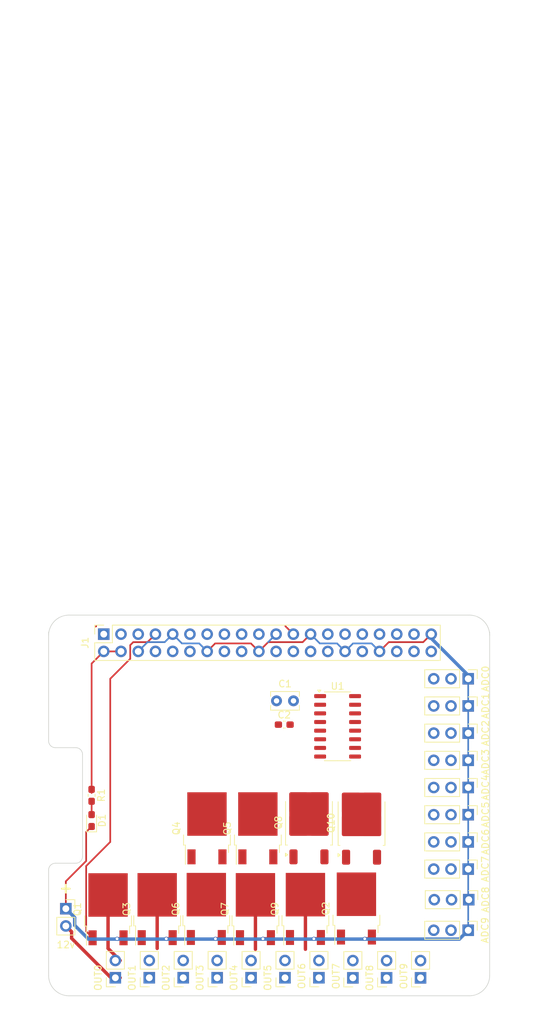
<source format=kicad_pcb>
(kicad_pcb (version 20240108) (generator "pcbnew") (generator_version "8.0")
  (layers (0 "F.Cu" signal) (31 "B.Cu" signal) (34 "B.Paste" user) (35 "F.Paste" user) (36 "B.SilkS" user "B.Silkscreen") (37 "F.SilkS" user "F.Silkscreen") (38 "B.Mask" user) (39 "F.Mask" user) (44 "Edge.Cuts" user))
  (net 0 "")
  (net 1 "GND")
  (net 2 "+12V")
  (net 3 "/OUT7")
  (net 4 "/OUT6")
  (net 5 "/OUT5")
  (net 6 "/OUT4")
  (net 7 "/OUT3")
  (net 8 "/OUT2")
  (net 9 "/OUT1")
  (net 10 "/OUT0")
  (net 11 "/OUT9")
  (net 12 "/GPIO4")
  (net 13 "/GPIO0")
  (net 14 "/GPIO27")
  (net 15 "/GPIO26")
  (net 16 "/GPIO25")
  (net 17 "/GPIO22")
  (net 18 "Net-(D1-A)")
  (net 19 "/CH0")
  (net 20 "/SPI0_MOSI")
  (net 21 "/SPI0_MISO")
  (net 22 "/SPI0_SCLK")
  (net 23 "+5V")
  (net 24 "/GPIO5")
  (net 25 "/CH1")
  (net 26 "/CH2")
  (net 27 "/CH3")
  (net 28 "/CH4")
  (net 29 "/CH5")
  (net 30 "/CH6")
  (net 31 "/GPIO24")
  (net 32 "/GPIO1")
  (net 33 "/SDA")
  (net 34 "/GPIO23")
  (net 35 "/SPI1_CE0")
  (net 36 "/GPIO6")
  (net 37 "/PWM0")
  (net 38 "/CH7")
  (net 39 "/SCL")
  (net 40 "/SPI1_CE2")
  (net 41 "/SPI0_CE1")
  (net 42 "/SPI1_MISO")
  (net 43 "/OUT8")
  (net 44 "/CH8")
  (net 45 "+3.3V")
  (net 46 "/RXD")
  (net 47 "/TXD")
  (net 48 "/PWM1")
  (net 49 "/CH9")
  (net 50 "/SPI1_MOSI")
  (net 51 "/SPI1_SCLK")
  (net 52 "/SPI0_CE0")
  (net 53 "/SPI1_CE1")
  (footprint "RPi_Hat:RPi_Hat_Mounting_Hole" (layer "F.Cu") (at 93.162 92.138)
    (property "Reference" "" (hide yes))
    (property "Value" "" (hide yes))
    (pad "" np_thru_hole circle (at 0 0) (size 2.75 2.75) (drill 2.75) (layers "*.Cu" "*.Mask") (clearance 1.725))
  )
  (footprint "RPi_Hat:RPi_Hat_Mounting_Hole" (layer "F.Cu") (at 93.162 141.138)
    (property "Reference" "" (hide yes))
    (property "Value" "" (hide yes))
    (pad "" np_thru_hole circle (at 0 0) (size 2.75 2.75) (drill 2.75) (layers "*.Cu" "*.Mask") (clearance 1.725))
  )
  (footprint "RPi_Hat:RPi_Hat_Mounting_Hole" (layer "F.Cu") (at 151.162 141.138)
    (property "Reference" "" (hide yes))
    (property "Value" "" (hide yes))
    (pad "" np_thru_hole circle (at 0 0) (size 2.75 2.75) (drill 2.75) (layers "*.Cu" "*.Mask") (clearance 1.725))
  )
  (footprint "Connector_PinSocket_2.54mm:PinSocket_1x02_P2.54mm_Vertical" (layer "F.Cu") (at 114.5 141.986 180)
    (property "Reference" "J7" (hide yes))
    (property "Value" "OUT3" (at 2.54 0 -90) (layer "F.SilkS"))
    (pad "1" thru_hole rect (at 0 0 180) (size 1.7 1.7) (drill 1) (layers "*.Cu" "*.Mask") (net 2 "+12V"))
    (pad "2" thru_hole oval (at 0 2.54 180) (size 1.7 1.7) (drill 1) (layers "*.Cu" "*.Mask") (net 7 "/OUT3"))
  )
  (footprint "Connector_PinSocket_2.54mm:PinSocket_1x02_P2.54mm_Vertical" (layer "F.Cu") (at 124.5 141.986 180)
    (property "Reference" "J9" (hide yes))
    (property "Value" "OUT5" (at 2.54 0 -90) (layer "F.SilkS"))
    (pad "1" thru_hole rect (at 0 0 180) (size 1.7 1.7) (drill 1) (layers "*.Cu" "*.Mask") (net 2 "+12V"))
    (pad "2" thru_hole oval (at 0 2.54 180) (size 1.7 1.7) (drill 1) (layers "*.Cu" "*.Mask") (net 5 "/OUT5"))
  )
  (footprint "Connector_PinSocket_2.54mm:PinSocket_1x02_P2.54mm_Vertical" (layer "F.Cu") (at 99.5 141.986 180)
    (property "Reference" "J4" (hide yes))
    (property "Value" "OUT0" (at 2.54 0 -90) (layer "F.SilkS"))
    (pad "1" thru_hole rect (at 0 0 180) (size 1.7 1.7) (drill 1) (layers "*.Cu" "*.Mask") (net 2 "+12V"))
    (pad "2" thru_hole oval (at 0 2.54 180) (size 1.7 1.7) (drill 1) (layers "*.Cu" "*.Mask") (net 10 "/OUT0"))
  )
  (footprint "Connector_PinSocket_2.54mm:PinSocket_1x02_P2.54mm_Vertical" (layer "F.Cu") (at 119.5 141.986 180)
    (property "Reference" "J8" (hide yes))
    (property "Value" "OUT4" (at 2.54 0 -90) (layer "F.SilkS"))
    (pad "1" thru_hole rect (at 0 0 180) (size 1.7 1.7) (drill 1) (layers "*.Cu" "*.Mask") (net 2 "+12V"))
    (pad "2" thru_hole oval (at 0 2.54 180) (size 1.7 1.7) (drill 1) (layers "*.Cu" "*.Mask") (net 6 "/OUT4"))
  )
  (footprint "RPi_Hat:RPi_Hat_Mounting_Hole" (layer "F.Cu") (at 151.162 92.138)
    (property "Reference" "" (hide yes))
    (property "Value" "" (hide yes))
    (pad "" np_thru_hole circle (at 0 0) (size 2.75 2.75) (drill 2.75) (layers "*.Cu" "*.Mask") (clearance 1.725))
  )
  (footprint "Connector_PinSocket_2.54mm:PinSocket_2x20_P2.54mm_Vertical" (layer "F.Cu") (at 97.79 91.44 90)
    (property "Reference" "J1" (at -1.27 -2.77 90) (layer "F.SilkS"))
    (property "Value" "RPi")
    (pad "1" thru_hole rect (at 0 0 90) (size 1.7 1.7) (drill 1) (layers "*.Cu" "*.Mask") (net 45 "+3.3V"))
    (pad "2" thru_hole oval (at -2.54 0 90) (size 1.7 1.7) (drill 1) (layers "*.Cu" "*.Mask") (net 23 "+5V"))
    (pad "3" thru_hole oval (at 0 2.54 90) (size 1.7 1.7) (drill 1) (layers "*.Cu" "*.Mask") (net 33 "/SDA"))
    (pad "4" thru_hole oval (at -2.54 2.54 90) (size 1.7 1.7) (drill 1) (layers "*.Cu" "*.Mask") (net 23 "+5V"))
    (pad "5" thru_hole oval (at 0 5.08 90) (size 1.7 1.7) (drill 1) (layers "*.Cu" "*.Mask") (net 39 "/SCL"))
    (pad "6" thru_hole oval (at -2.54 5.08 90) (size 1.7 1.7) (drill 1) (layers "*.Cu" "*.Mask") (net 1 "GND"))
    (pad "7" thru_hole oval (at 0 7.62 90) (size 1.7 1.7) (drill 1) (layers "*.Cu" "*.Mask") (net 12 "/GPIO4"))
    (pad "8" thru_hole oval (at -2.54 7.62 90) (size 1.7 1.7) (drill 1) (layers "*.Cu" "*.Mask") (net 47 "/TXD"))
    (pad "9" thru_hole oval (at 0 10.16 90) (size 1.7 1.7) (drill 1) (layers "*.Cu" "*.Mask") (net 1 "GND"))
    (pad "10" thru_hole oval (at -2.54 10.16 90) (size 1.7 1.7) (drill 1) (layers "*.Cu" "*.Mask") (net 46 "/RXD"))
    (pad "11" thru_hole oval (at 0 12.7 90) (size 1.7 1.7) (drill 1) (layers "*.Cu" "*.Mask") (net 53 "/SPI1_CE1"))
    (pad "12" thru_hole oval (at -2.54 12.7 90) (size 1.7 1.7) (drill 1) (layers "*.Cu" "*.Mask") (net 35 "/SPI1_CE0"))
    (pad "13" thru_hole oval (at 0 15.24 90) (size 1.7 1.7) (drill 1) (layers "*.Cu" "*.Mask") (net 14 "/GPIO27"))
    (pad "14" thru_hole oval (at -2.54 15.24 90) (size 1.7 1.7) (drill 1) (layers "*.Cu" "*.Mask") (net 1 "GND"))
    (pad "15" thru_hole oval (at 0 17.78 90) (size 1.7 1.7) (drill 1) (layers "*.Cu" "*.Mask") (net 17 "/GPIO22"))
    (pad "16" thru_hole oval (at -2.54 17.78 90) (size 1.7 1.7) (drill 1) (layers "*.Cu" "*.Mask") (net 34 "/GPIO23"))
    (pad "17" thru_hole oval (at 0 20.32 90) (size 1.7 1.7) (drill 1) (layers "*.Cu" "*.Mask") (net 45 "+3.3V"))
    (pad "18" thru_hole oval (at -2.54 20.32 90) (size 1.7 1.7) (drill 1) (layers "*.Cu" "*.Mask") (net 31 "/GPIO24"))
    (pad "19" thru_hole oval (at 0 22.86 90) (size 1.7 1.7) (drill 1) (layers "*.Cu" "*.Mask") (net 20 "/SPI0_MOSI"))
    (pad "20" thru_hole oval (at -2.54 22.86 90) (size 1.7 1.7) (drill 1) (layers "*.Cu" "*.Mask") (net 1 "GND"))
    (pad "21" thru_hole oval (at 0 25.4 90) (size 1.7 1.7) (drill 1) (layers "*.Cu" "*.Mask") (net 21 "/SPI0_MISO"))
    (pad "22" thru_hole oval (at -2.54 25.4 90) (size 1.7 1.7) (drill 1) (layers "*.Cu" "*.Mask") (net 16 "/GPIO25"))
    (pad "23" thru_hole oval (at 0 27.94 90) (size 1.7 1.7) (drill 1) (layers "*.Cu" "*.Mask") (net 22 "/SPI0_SCLK"))
    (pad "24" thru_hole oval (at -2.54 27.94 90) (size 1.7 1.7) (drill 1) (layers "*.Cu" "*.Mask") (net 52 "/SPI0_CE0"))
    (pad "25" thru_hole oval (at 0 30.48 90) (size 1.7 1.7) (drill 1) (layers "*.Cu" "*.Mask") (net 1 "GND"))
    (pad "26" thru_hole oval (at -2.54 30.48 90) (size 1.7 1.7) (drill 1) (layers "*.Cu" "*.Mask") (net 41 "/SPI0_CE1"))
    (pad "27" thru_hole oval (at 0 33.02 90) (size 1.7 1.7) (drill 1) (layers "*.Cu" "*.Mask") (net 13 "/GPIO0"))
    (pad "28" thru_hole oval (at -2.54 33.02 90) (size 1.7 1.7) (drill 1) (layers "*.Cu" "*.Mask") (net 32 "/GPIO1"))
    (pad "29" thru_hole oval (at 0 35.56 90) (size 1.7 1.7) (drill 1) (layers "*.Cu" "*.Mask") (net 24 "/GPIO5"))
    (pad "30" thru_hole oval (at -2.54 35.56 90) (size 1.7 1.7) (drill 1) (layers "*.Cu" "*.Mask") (net 1 "GND"))
    (pad "31" thru_hole oval (at 0 38.1 90) (size 1.7 1.7) (drill 1) (layers "*.Cu" "*.Mask") (net 36 "/GPIO6"))
    (pad "32" thru_hole oval (at -2.54 38.1 90) (size 1.7 1.7) (drill 1) (layers "*.Cu" "*.Mask") (net 37 "/PWM0"))
    (pad "33" thru_hole oval (at 0 40.64 90) (size 1.7 1.7) (drill 1) (layers "*.Cu" "*.Mask") (net 48 "/PWM1"))
    (pad "34" thru_hole oval (at -2.54 40.64 90) (size 1.7 1.7) (drill 1) (layers "*.Cu" "*.Mask") (net 1 "GND"))
    (pad "35" thru_hole oval (at 0 43.18 90) (size 1.7 1.7) (drill 1) (layers "*.Cu" "*.Mask") (net 42 "/SPI1_MISO"))
    (pad "36" thru_hole oval (at -2.54 43.18 90) (size 1.7 1.7) (drill 1) (layers "*.Cu" "*.Mask") (net 40 "/SPI1_CE2"))
    (pad "37" thru_hole oval (at 0 45.72 90) (size 1.7 1.7) (drill 1) (layers "*.Cu" "*.Mask") (net 15 "/GPIO26"))
    (pad "38" thru_hole oval (at -2.54 45.72 90) (size 1.7 1.7) (drill 1) (layers "*.Cu" "*.Mask") (net 50 "/SPI1_MOSI"))
    (pad "39" thru_hole oval (at 0 48.26 90) (size 1.7 1.7) (drill 1) (layers "*.Cu" "*.Mask") (net 1 "GND"))
    (pad "40" thru_hole oval (at -2.54 48.26 90) (size 1.7 1.7) (drill 1) (layers "*.Cu" "*.Mask") (net 51 "/SPI1_SCLK"))
  )
  (footprint "Connector_PinSocket_2.54mm:PinSocket_1x02_P2.54mm_Vertical" (layer "F.Cu") (at 129.5 141.986 180)
    (property "Reference" "J10" (hide yes))
    (property "Value" "OUT6" (at 2.54 0.254 -90) (layer "F.SilkS"))
    (pad "1" thru_hole rect (at 0 0 180) (size 1.7 1.7) (drill 1) (layers "*.Cu" "*.Mask") (net 2 "+12V"))
    (pad "2" thru_hole oval (at 0 2.54 180) (size 1.7 1.7) (drill 1) (layers "*.Cu" "*.Mask") (net 4 "/OUT6"))
  )
  (footprint "Connector_PinSocket_2.54mm:PinSocket_1x02_P2.54mm_Vertical" (layer "F.Cu") (at 104.5 141.986 180)
    (property "Reference" "J5" (hide yes))
    (property "Value" "OUT1" (at 2.54 0 -90) (layer "F.SilkS"))
    (pad "1" thru_hole rect (at 0 0 180) (size 1.7 1.7) (drill 1) (layers "*.Cu" "*.Mask") (net 2 "+12V"))
    (pad "2" thru_hole oval (at 0 2.54 180) (size 1.7 1.7) (drill 1) (layers "*.Cu" "*.Mask") (net 9 "/OUT1"))
  )
  (footprint "Connector_PinSocket_2.54mm:PinSocket_1x02_P2.54mm_Vertical" (layer "F.Cu") (at 109.5 141.986 180)
    (property "Reference" "J6" (hide yes))
    (property "Value" "OUT2" (at 2.54 0 -90) (layer "F.SilkS"))
    (pad "1" thru_hole rect (at 0 0 180) (size 1.7 1.7) (drill 1) (layers "*.Cu" "*.Mask") (net 2 "+12V"))
    (pad "2" thru_hole oval (at 0 2.54 180) (size 1.7 1.7) (drill 1) (layers "*.Cu" "*.Mask") (net 8 "/OUT2"))
  )
  (footprint "Connector_PinHeader_2.54mm:PinHeader_1x03_P2.54mm_Vertical" (layer "F.Cu") (at 151.5 118 -90)
    (property "Reference" "J19" (hide yes))
    (property "Value" "ADC5" (at 0 -2.54 90) (layer "F.SilkS"))
    (pad "1" thru_hole rect (at 0 0 270) (size 1.7 1.7) (drill 1) (layers "*.Cu" "*.Mask") (net 1 "GND"))
    (pad "2" thru_hole oval (at 0 2.54 270) (size 1.7 1.7) (drill 1) (layers "*.Cu" "*.Mask") (net 23 "+5V"))
    (pad "3" thru_hole oval (at 0 5.08 270) (size 1.7 1.7) (drill 1) (layers "*.Cu" "*.Mask") (net 29 "/CH5"))
  )
  (footprint "Connector_PinHeader_2.54mm:PinHeader_1x03_P2.54mm_Vertical" (layer "F.Cu") (at 151.5 122 -90)
    (property "Reference" "J20" (hide yes))
    (property "Value" "ADC6" (at 0 -2.54 90) (layer "F.SilkS"))
    (pad "1" thru_hole rect (at 0 0 270) (size 1.7 1.7) (drill 1) (layers "*.Cu" "*.Mask") (net 1 "GND"))
    (pad "2" thru_hole oval (at 0 2.54 270) (size 1.7 1.7) (drill 1) (layers "*.Cu" "*.Mask") (net 23 "+5V"))
    (pad "3" thru_hole oval (at 0 5.08 270) (size 1.7 1.7) (drill 1) (layers "*.Cu" "*.Mask") (net 30 "/CH6"))
  )
  (footprint "Connector_PinSocket_2.54mm:PinSocket_1x02_P2.54mm_Vertical" (layer "F.Cu") (at 92.202 131.826)
    (property "Reference" "J3" (hide yes))
    (property "Value" "12v" (at 0 5.31 0) (layer "F.SilkS"))
    (pad "1" thru_hole rect (at 0 0) (size 1.7 1.7) (drill 1) (layers "*.Cu" "*.Mask") (net 1 "GND"))
    (pad "2" thru_hole oval (at 0 2.54) (size 1.7 1.7) (drill 1) (layers "*.Cu" "*.Mask") (net 2 "+12V"))
  )
  (footprint "Connector_PinHeader_2.54mm:PinHeader_1x03_P2.54mm_Vertical" (layer "F.Cu") (at 151.5 102 -90)
    (property "Reference" "J15" (hide yes))
    (property "Value" "ADC1" (at 0 -2.54 90) (layer "F.SilkS"))
    (pad "1" thru_hole rect (at 0 0 270) (size 1.7 1.7) (drill 1) (layers "*.Cu" "*.Mask") (net 1 "GND"))
    (pad "2" thru_hole oval (at 0 2.54 270) (size 1.7 1.7) (drill 1) (layers "*.Cu" "*.Mask") (net 23 "+5V"))
    (pad "3" thru_hole oval (at 0 5.08 270) (size 1.7 1.7) (drill 1) (layers "*.Cu" "*.Mask") (net 25 "/CH1"))
  )
  (footprint "Connector_PinHeader_2.54mm:PinHeader_1x03_P2.54mm_Vertical" (layer "F.Cu") (at 151.5 106 -90)
    (property "Reference" "J16" (hide yes))
    (property "Value" "ADC2" (at 0 -2.54 90) (layer "F.SilkS"))
    (pad "1" thru_hole rect (at 0 0 270) (size 1.7 1.7) (drill 1) (layers "*.Cu" "*.Mask") (net 1 "GND"))
    (pad "2" thru_hole oval (at 0 2.54 270) (size 1.7 1.7) (drill 1) (layers "*.Cu" "*.Mask") (net 23 "+5V"))
    (pad "3" thru_hole oval (at 0 5.08 270) (size 1.7 1.7) (drill 1) (layers "*.Cu" "*.Mask") (net 26 "/CH2"))
  )
  (footprint "Connector_PinHeader_2.54mm:PinHeader_1x03_P2.54mm_Vertical" (layer "F.Cu") (at 151.5 110 -90)
    (property "Reference" "J17" (hide yes))
    (property "Value" "ADC3" (at 0.254 -2.54 90) (layer "F.SilkS"))
    (pad "1" thru_hole rect (at 0 0 270) (size 1.7 1.7) (drill 1) (layers "*.Cu" "*.Mask") (net 1 "GND"))
    (pad "2" thru_hole oval (at 0 2.54 270) (size 1.7 1.7) (drill 1) (layers "*.Cu" "*.Mask") (net 23 "+5V"))
    (pad "3" thru_hole oval (at 0 5.08 270) (size 1.7 1.7) (drill 1) (layers "*.Cu" "*.Mask") (net 27 "/CH3"))
  )
  (footprint "Connector_PinHeader_2.54mm:PinHeader_1x03_P2.54mm_Vertical" (layer "F.Cu") (at 151.5 114 -90)
    (property "Reference" "J18" (hide yes))
    (property "Value" "ADC4" (at 0 -2.54 90) (layer "F.SilkS"))
    (pad "1" thru_hole rect (at 0 0 270) (size 1.7 1.7) (drill 1) (layers "*.Cu" "*.Mask") (net 1 "GND"))
    (pad "2" thru_hole oval (at 0 2.54 270) (size 1.7 1.7) (drill 1) (layers "*.Cu" "*.Mask") (net 23 "+5V"))
    (pad "3" thru_hole oval (at 0 5.08 270) (size 1.7 1.7) (drill 1) (layers "*.Cu" "*.Mask") (net 28 "/CH4"))
  )
  (footprint "Connector_PinHeader_2.54mm:PinHeader_1x03_P2.54mm_Vertical" (layer "F.Cu") (at 151.5 98 -90)
    (property "Reference" "J14" (hide yes))
    (property "Value" "ADC0" (at 0 -2.54 90) (layer "F.SilkS"))
    (pad "1" thru_hole rect (at 0 0 270) (size 1.7 1.7) (drill 1) (layers "*.Cu" "*.Mask") (net 1 "GND"))
    (pad "2" thru_hole oval (at 0 2.54 270) (size 1.7 1.7) (drill 1) (layers "*.Cu" "*.Mask") (net 23 "+5V"))
    (pad "3" thru_hole oval (at 0 5.08 270) (size 1.7 1.7) (drill 1) (layers "*.Cu" "*.Mask") (net 19 "/CH0"))
  )
  (footprint "LED_SMD:LED_0603_1608Metric_Pad1.05x0.95mm_HandSolder" (layer "F.Cu") (at 96 118.861 90)
    (property "Reference" "D1" (at 0 1.557001 90) (layer "F.SilkS"))
    (property "Value" "LED")
    (pad "1" smd roundrect (at -0.875 0 90) (size 1.05 0.95) (layers "F.Cu" "F.Paste" "F.Mask") (net 1 "GND"))
    (pad "2" smd roundrect (at 0.875 0 90) (size 1.05 0.95) (layers "F.Cu" "F.Paste" "F.Mask") (net 18 "Net-(D1-A)"))
  )
  (footprint "Resistor_SMD:R_0603_1608Metric_Pad1.05x0.95mm_HandSolder" (layer "F.Cu") (at 96 115.15 -90)
    (property "Reference" "R1" (at 0 -1.43 90) (layer "F.SilkS"))
    (property "Value" "1k")
    (pad "1" smd roundrect (at -0.875 0 270) (size 1.05 0.95) (layers "F.Cu" "F.Paste" "F.Mask") (net 23 "+5V"))
    (pad "2" smd roundrect (at 0.875 0 270) (size 1.05 0.95) (layers "F.Cu" "F.Paste" "F.Mask") (net 18 "Net-(D1-A)"))
  )
  (footprint "Connector_PinSocket_2.54mm:PinSocket_1x02_P2.54mm_Vertical" (layer "F.Cu") (at 134.5 142 180)
    (property "Reference" "J11" (hide yes))
    (property "Value" "OUT7" (at 2.475 0.25 90) (layer "F.SilkS"))
    (pad "1" thru_hole rect (at 0 0 180) (size 1.7 1.7) (drill 1) (layers "*.Cu" "*.Mask") (net 2 "+12V"))
    (pad "2" thru_hole oval (at 0 2.54 180) (size 1.7 1.7) (drill 1) (layers "*.Cu" "*.Mask") (net 3 "/OUT7"))
  )
  (footprint "Package_TO_SOT_SMD:TO-252-2" (layer "F.Cu") (at 98.424 131.909 90)
    (property "Reference" "Q1" (at 0 -4.5 90) (layer "F.SilkS"))
    (property "Value" "NCV8403")
    (pad "1" smd rect (at -4.2 -2.28 90) (size 2.2 1.2) (layers "F.Cu" "F.Paste" "F.Mask") (net 12 "/GPIO4"))
    (pad "2" smd rect (at 2.1 0 90) (size 6.4 5.8) (layers "F.Cu" "F.Mask") (net 10 "/OUT0"))
    (pad "3" smd rect (at -4.2 2.28 90) (size 2.2 1.2) (layers "F.Cu" "F.Paste" "F.Mask") (net 1 "GND"))
  )
  (footprint "Package_TO_SOT_SMD:TO-252-2" (layer "F.Cu") (at 105.664 131.885 90)
    (property "Reference" "Q3" (at 0 -4.5 90) (layer "F.SilkS"))
    (property "Value" "NCV8403")
    (pad "1" smd rect (at -4.2 -2.28 90) (size 2.2 1.2) (layers "F.Cu" "F.Paste" "F.Mask") (net 14 "/GPIO27"))
    (pad "2" smd rect (at 2.1 0 90) (size 6.4 5.8) (layers "F.Cu" "F.Mask") (net 9 "/OUT1"))
    (pad "3" smd rect (at -4.2 2.28 90) (size 2.2 1.2) (layers "F.Cu" "F.Paste" "F.Mask") (net 1 "GND"))
  )
  (footprint "Package_TO_SOT_SMD:TO-252-2" (layer "F.Cu") (at 112.904 131.861 90)
    (property "Reference" "Q6" (at 0 -4.5 90) (layer "F.SilkS"))
    (property "Value" "NCV8403")
    (pad "1" smd rect (at -4.2 -2.28 90) (size 2.2 1.2) (layers "F.Cu" "F.Paste" "F.Mask") (net 17 "/GPIO22"))
    (pad "2" smd rect (at 2.1 0 90) (size 6.4 5.8) (layers "F.Cu" "F.Mask") (net 8 "/OUT2"))
    (pad "3" smd rect (at -4.2 2.28 90) (size 2.2 1.2) (layers "F.Cu" "F.Paste" "F.Mask") (net 1 "GND"))
  )
  (footprint "Package_TO_SOT_SMD:TO-252-2" (layer "F.Cu") (at 120.142 131.885 90)
    (property "Reference" "Q7" (at 0 -4.5 90) (layer "F.SilkS"))
    (property "Value" "NCV8403")
    (pad "1" smd rect (at -4.2 -2.28 90) (size 2.2 1.2) (layers "F.Cu" "F.Paste" "F.Mask") (net 13 "/GPIO0"))
    (pad "2" smd rect (at 2.1 0 90) (size 6.4 5.8) (layers "F.Cu" "F.Mask") (net 7 "/OUT3"))
    (pad "3" smd rect (at -4.2 2.28 90) (size 2.2 1.2) (layers "F.Cu" "F.Paste" "F.Mask") (net 1 "GND"))
  )
  (footprint "Package_TO_SOT_SMD:TO-252-2" (layer "F.Cu") (at 127.509 131.861 90)
    (property "Reference" "Q9" (at 0 -4.5 90) (layer "F.SilkS"))
    (property "Value" "NCV8403")
    (pad "1" smd rect (at -4.2 -2.28 90) (size 2.2 1.2) (layers "F.Cu" "F.Paste" "F.Mask") (net 24 "/GPIO5"))
    (pad "2" smd rect (at 2.1 0 90) (size 6.4 5.8) (layers "F.Cu" "F.Mask") (net 6 "/OUT4"))
    (pad "3" smd rect (at -4.2 2.28 90) (size 2.2 1.2) (layers "F.Cu" "F.Paste" "F.Mask") (net 1 "GND"))
  )
  (footprint "Package_TO_SOT_SMD:TO-252-2" (layer "F.Cu") (at 135.025 131.8 90)
    (property "Reference" "Q2" (at 0 -4.5 90) (layer "F.SilkS"))
    (property "Value" "NCV8403")
    (pad "1" smd rect (at -4.2 -2.28 90) (size 2.2 1.2) (layers "F.Cu" "F.Paste" "F.Mask") (net 36 "/GPIO6"))
    (pad "2" smd rect (at 2.1 0 90) (size 6.4 5.8) (layers "F.Cu" "F.Mask") (net 5 "/OUT5"))
    (pad "3" smd rect (at -4.2 2.28 90) (size 2.2 1.2) (layers "F.Cu" "F.Paste" "F.Mask") (net 1 "GND"))
  )
  (footprint "Package_TO_SOT_SMD:TO-252-2" (layer "F.Cu") (at 113 120 90)
    (property "Reference" "Q4" (at 0 -4.5 90) (layer "F.SilkS"))
    (property "Value" "NCV8403")
    (pad "1" smd rect (at -4.2 -2.28 90) (size 2.2 1.2) (layers "F.Cu" "F.Paste" "F.Mask") (net 34 "/GPIO23"))
    (pad "2" smd rect (at 2.1 0 90) (size 6.4 5.8) (layers "F.Cu" "F.Mask") (net 4 "/OUT6"))
    (pad "3" smd rect (at -4.2 2.28 90) (size 2.2 1.2) (layers "F.Cu" "F.Paste" "F.Mask") (net 1 "GND"))
  )
  (footprint "Package_TO_SOT_SMD:TO-252-2" (layer "F.Cu") (at 120.5 120 90)
    (property "Reference" "Q5" (at 0 -4.5 90) (layer "F.SilkS"))
    (property "Value" "NCV8403")
    (pad "1" smd rect (at -4.2 -2.28 90) (size 2.2 1.2) (layers "F.Cu" "F.Paste" "F.Mask") (net 31 "/GPIO24"))
    (pad "2" smd rect (at 2.1 0 90) (size 6.4 5.8) (layers "F.Cu" "F.Mask") (net 3 "/OUT7"))
    (pad "3" smd rect (at -4.2 2.28 90) (size 2.2 1.2) (layers "F.Cu" "F.Paste" "F.Mask") (net 1 "GND"))
  )
  (footprint "Package_SO:SO-16_3.9x9.9mm_P1.27mm" (layer "F.Cu") (at 132.25 105)
    (property "Reference" "U1" (at 0 -5.9 360) (layer "F.SilkS"))
    (property "Value" "MCP3008")
    (pad "1" smd roundrect (at -2.575 -4.445) (size 1.75 0.6) (layers "F.Cu" "F.Paste" "F.Mask") (net 19 "/CH0"))
    (pad "2" smd roundrect (at -2.575 -3.175) (size 1.75 0.6) (layers "F.Cu" "F.Paste" "F.Mask") (net 25 "/CH1"))
    (pad "3" smd roundrect (at -2.575 -1.905) (size 1.75 0.6) (layers "F.Cu" "F.Paste" "F.Mask") (net 26 "/CH2"))
    (pad "4" smd roundrect (at -2.575 -0.635) (size 1.75 0.6) (layers "F.Cu" "F.Paste" "F.Mask") (net 27 "/CH3"))
    (pad "5" smd roundrect (at -2.575 0.635) (size 1.75 0.6) (layers "F.Cu" "F.Paste" "F.Mask") (net 28 "/CH4"))
    (pad "6" smd roundrect (at -2.575 1.905) (size 1.75 0.6) (layers "F.Cu" "F.Paste" "F.Mask") (net 29 "/CH5"))
    (pad "7" smd roundrect (at -2.575 3.175) (size 1.75 0.6) (layers "F.Cu" "F.Paste" "F.Mask") (net 30 "/CH6"))
    (pad "8" smd roundrect (at -2.575 4.445) (size 1.75 0.6) (layers "F.Cu" "F.Paste" "F.Mask") (net 38 "/CH7"))
    (pad "9" smd roundrect (at 2.575 4.445) (size 1.75 0.6) (layers "F.Cu" "F.Paste" "F.Mask") (net 1 "GND"))
    (pad "10" smd roundrect (at 2.575 3.175) (size 1.75 0.6) (layers "F.Cu" "F.Paste" "F.Mask") (net 52 "/SPI0_CE0"))
    (pad "11" smd roundrect (at 2.575 1.905) (size 1.75 0.6) (layers "F.Cu" "F.Paste" "F.Mask") (net 20 "/SPI0_MOSI"))
    (pad "12" smd roundrect (at 2.575 0.635) (size 1.75 0.6) (layers "F.Cu" "F.Paste" "F.Mask") (net 21 "/SPI0_MISO"))
    (pad "13" smd roundrect (at 2.575 -0.635) (size 1.75 0.6) (layers "F.Cu" "F.Paste" "F.Mask") (net 22 "/SPI0_SCLK"))
    (pad "14" smd roundrect (at 2.575 -1.905) (size 1.75 0.6) (layers "F.Cu" "F.Paste" "F.Mask") (net 1 "GND"))
    (pad "15" smd roundrect (at 2.575 -3.175) (size 1.75 0.6) (layers "F.Cu" "F.Paste" "F.Mask") (net 45 "+3.3V"))
    (pad "16" smd roundrect (at 2.575 -4.445) (size 1.75 0.6) (layers "F.Cu" "F.Paste" "F.Mask") (net 45 "+3.3V"))
  )
  (footprint "Capacitor_THT:C_Rect_L4.0mm_W2.5mm_P2.50mm" (layer "F.Cu") (at 123.25 101.25)
    (property "Reference" "C1" (at 1.25 -2.5 0) (layer "F.SilkS"))
    (property "Value" "1mF")
    (pad "1" thru_hole circle (at 0 0) (size 1.6 1.6) (drill 0.8) (layers "*.Cu" "*.Mask") (net 1 "GND"))
    (pad "2" thru_hole circle (at 2.5 0) (size 1.6 1.6) (drill 0.8) (layers "*.Cu" "*.Mask") (net 23 "+5V"))
  )
  (footprint "Capacitor_SMD:C_0603_1608Metric_Pad1.08x0.95mm_HandSolder" (layer "F.Cu") (at 124.3875 104.75)
    (property "Reference" "C2" (at 0 -1.43 0) (layer "F.SilkS"))
    (property "Value" "100nF")
    (pad "1" smd roundrect (at -0.8625 0) (size 1.075 0.95) (layers "F.Cu" "F.Paste" "F.Mask") (net 1 "GND"))
    (pad "2" smd roundrect (at 0.8625 0) (size 1.075 0.95) (layers "F.Cu" "F.Paste" "F.Mask") (net 23 "+5V"))
  )
  (footprint "Connector_PinSocket_2.54mm:PinSocket_1x02_P2.54mm_Vertical" (layer "F.Cu") (at 144.475 142 180)
    (property "Reference" "J13" (hide yes))
    (property "Value" "OUT9" (at 2.475 0.25 90) (layer "F.SilkS"))
    (pad "1" thru_hole rect (at 0 0 180) (size 1.7 1.7) (drill 1) (layers "*.Cu" "*.Mask") (net 2 "+12V"))
    (pad "2" thru_hole oval (at 0 2.54 180) (size 1.7 1.7) (drill 1) (layers "*.Cu" "*.Mask") (net 11 "/OUT9"))
  )
  (footprint "Package_TO_SOT_SMD:TO-252-2" (layer "F.Cu") (at 128.03 119.16 90)
    (property "Reference" "Q8" (at 0 -4.5 90) (layer "F.SilkS"))
    (property "Value" "NCV8403")
    (pad "1" smd roundrect (at -5.04 -2.28 90) (size 2.2 1.2) (layers "F.Cu" "F.Paste" "F.Mask") (roundrect_rratio 0.208333) (net 16 "/GPIO25"))
    (pad "2" smd roundrect (at -0.415 -1.525 90) (size 3.05 2.75) (layers "F.Cu" "F.Paste") (roundrect_rratio 0.090909) (net 43 "/OUT8"))
    (pad "2" smd roundrect (at -0.415 1.525 90) (size 3.05 2.75) (layers "F.Cu" "F.Paste") (roundrect_rratio 0.090909) (net 43 "/OUT8"))
    (pad "2" smd roundrect (at 1.26 0 90) (size 6.4 5.8) (layers "F.Cu" "F.Mask") (roundrect_rratio 0.043103) (net 43 "/OUT8"))
    (pad "2" smd roundrect (at 2.935 -1.525 90) (size 3.05 2.75) (layers "F.Cu" "F.Paste") (roundrect_rratio 0.090909) (net 43 "/OUT8"))
    (pad "2" smd roundrect (at 2.935 1.525 90) (size 3.05 2.75) (layers "F.Cu" "F.Paste") (roundrect_rratio 0.090909) (net 43 "/OUT8"))
    (pad "3" smd roundrect (at -5.04 2.28 90) (size 2.2 1.2) (layers "F.Cu" "F.Paste" "F.Mask") (roundrect_rratio 0.208333) (net 1 "GND"))
  )
  (footprint "Package_TO_SOT_SMD:TO-252-2" (layer "F.Cu") (at 135.78 119.21 90)
    (property "Reference" "Q10" (at 0 -4.5 90) (layer "F.SilkS"))
    (property "Value" "NCV8403")
    (pad "1" smd roundrect (at -5.04 -2.28 90) (size 2.2 1.2) (layers "F.Cu" "F.Paste" "F.Mask") (roundrect_rratio 0.208333) (net 32 "/GPIO1"))
    (pad "2" smd roundrect (at -0.415 -1.525 90) (size 3.05 2.75) (layers "F.Cu" "F.Paste") (roundrect_rratio 0.090909) (net 11 "/OUT9"))
    (pad "2" smd roundrect (at -0.415 1.525 90) (size 3.05 2.75) (layers "F.Cu" "F.Paste") (roundrect_rratio 0.090909) (net 11 "/OUT9"))
    (pad "2" smd roundrect (at 1.26 0 90) (size 6.4 5.8) (layers "F.Cu" "F.Mask") (roundrect_rratio 0.043103) (net 11 "/OUT9"))
    (pad "2" smd roundrect (at 2.935 -1.525 90) (size 3.05 2.75) (layers "F.Cu" "F.Paste") (roundrect_rratio 0.090909) (net 11 "/OUT9"))
    (pad "2" smd roundrect (at 2.935 1.525 90) (size 3.05 2.75) (layers "F.Cu" "F.Paste") (roundrect_rratio 0.090909) (net 11 "/OUT9"))
    (pad "3" smd roundrect (at -5.04 2.28 90) (size 2.2 1.2) (layers "F.Cu" "F.Paste" "F.Mask") (roundrect_rratio 0.208333) (net 1 "GND"))
  )
  (footprint "Connector_PinHeader_2.54mm:PinHeader_1x03_P2.54mm_Vertical" (layer "F.Cu") (at 151.58 130.5 -90)
    (property "Reference" "J22" (hide yes))
    (property "Value" "ADC8" (at 0 -2.46 90) (layer "F.SilkS"))
    (pad "1" thru_hole rect (at 0 0 270) (size 1.7 1.7) (drill 1) (layers "*.Cu" "*.Mask") (net 1 "GND"))
    (pad "2" thru_hole oval (at 0 2.54 270) (size 1.7 1.7) (drill 1) (layers "*.Cu" "*.Mask") (net 23 "+5V"))
    (pad "3" thru_hole oval (at 0 5.08 270) (size 1.7 1.7) (drill 1) (layers "*.Cu" "*.Mask") (net 44 "/CH8"))
  )
  (footprint "Connector_PinHeader_2.54mm:PinHeader_1x03_P2.54mm_Vertical" (layer "F.Cu") (at 151.5 126 -90)
    (property "Reference" "J21" (hide yes))
    (property "Value" "ADC7" (at 0 -2.5 90) (layer "F.SilkS"))
    (pad "1" thru_hole rect (at 0 0 270) (size 1.7 1.7) (drill 1) (layers "*.Cu" "*.Mask") (net 1 "GND"))
    (pad "2" thru_hole oval (at 0 2.54 270) (size 1.7 1.7) (drill 1) (layers "*.Cu" "*.Mask") (net 23 "+5V"))
    (pad "3" thru_hole oval (at 0 5.08 270) (size 1.7 1.7) (drill 1) (layers "*.Cu" "*.Mask") (net 38 "/CH7"))
  )
  (footprint "Connector_PinHeader_2.54mm:PinHeader_1x03_P2.54mm_Vertical" (layer "F.Cu") (at 151.5 135 -90)
    (property "Reference" "J23" (hide yes))
    (property "Value" "ADC9" (at 0 -2.475 90) (layer "F.SilkS"))
    (pad "1" thru_hole rect (at 0 0 270) (size 1.7 1.7) (drill 1) (layers "*.Cu" "*.Mask") (net 1 "GND"))
    (pad "2" thru_hole oval (at 0 2.54 270) (size 1.7 1.7) (drill 1) (layers "*.Cu" "*.Mask") (net 23 "+5V"))
    (pad "3" thru_hole oval (at 0 5.08 270) (size 1.7 1.7) (drill 1) (layers "*.Cu" "*.Mask") (net 49 "/CH9"))
  )
  (footprint "Connector_PinSocket_2.54mm:PinSocket_1x02_P2.54mm_Vertical" (layer "F.Cu") (at 139.475 142 180)
    (property "Reference" "J12" (hide yes))
    (property "Value" "OUT8" (at 2.5 0 90) (layer "F.SilkS"))
    (pad "1" thru_hole rect (at 0 0 180) (size 1.7 1.7) (drill 1) (layers "*.Cu" "*.Mask") (net 2 "+12V"))
    (pad "2" thru_hole oval (at 0 2.54 180) (size 1.7 1.7) (drill 1) (layers "*.Cu" "*.Mask") (net 43 "/OUT8"))
  )
  (gr_arc (start 92.662 144.638) (mid 90.54068 143.75932) (end 89.662 141.638) (stroke (width 0.1)) (layer "Edge.Cuts"))
  (gr_arc (start 154.662 141.638) (mid 153.78332 143.75932) (end 151.662 144.638) (stroke (width 0.1)) (layer "Edge.Cuts"))
  (gr_arc (start 90.662 108.138) (mid 89.954893 107.845107) (end 89.662 107.138) (stroke (width 0.1)) (layer "Edge.Cuts"))
  (gr_arc (start 93.662 108.138) (mid 94.369107 108.430893) (end 94.662 109.138) (stroke (width 0.1)) (layer "Edge.Cuts"))
  (gr_arc (start 94.662 124.138) (mid 94.369107 124.845107) (end 93.662 125.138) (stroke (width 0.1)) (layer "Edge.Cuts"))
  (gr_arc (start 89.662 126.138) (mid 89.954893 125.430893) (end 90.662 125.138) (stroke (width 0.1)) (layer "Edge.Cuts"))
  (gr_arc (start 89.662 91.638) (mid 90.54068 89.51668) (end 92.662 88.638) (stroke (width 0.1)) (layer "Edge.Cuts"))
  (gr_line (start 92.662 88.638) (end 151.662 88.638) (stroke (width 0.1)) (layer "Edge.Cuts"))
  (gr_arc (start 151.662 88.638) (mid 153.78332 89.51668) (end 154.662 91.638) (stroke (width 0.1)) (layer "Edge.Cuts"))
  (gr_line (start 89.662 91.138) (end 89.662 107.138) (stroke (width 0.1)) (layer "Edge.Cuts"))
  (gr_line (start 92.662 144.638) (end 151.662 144.638) (stroke (width 0.1)) (layer "Edge.Cuts"))
  (gr_line (start 94.662 109.138) (end 94.662 124.138) (stroke (width 0.1)) (layer "Edge.Cuts"))
  (gr_line (start 89.662 126.138) (end 89.662 141.638) (stroke (width 0.1)) (layer "Edge.Cuts"))
  (gr_line (start 90.662 108.138) (end 93.662 108.138) (stroke (width 0.1)) (layer "Edge.Cuts"))
  (gr_line (start 154.662 91.138) (end 154.662 141.638) (stroke (width 0.1)) (layer "Edge.Cuts"))
  (gr_line (start 90.662 125.138) (end 93.662 125.138) (stroke (width 0.1)) (layer "Edge.Cuts"))
  (gr_text "+" (at 92.202 128.778 0) (layer "F.SilkS") (effects (font (size 1.5 1.5) (thickness 0.3))))
  (segment (start 95.199 120.537) (end 95.199 124.801) (width 0.25) (layer "F.Cu") (net 1))
  (segment (start 113.03 93.98) (end 114.205001 92.804999) (width 0.25) (layer "F.Cu") (net 1))
  (segment (start 114.995 136.25) (end 115.184 136.061) (width 0.5) (layer "F.Cu") (net 1))
  (segment (start 122.257 136.25) (end 122.422 136.085) (width 0.5) (layer "F.Cu") (net 1))
  (segment (start 146.05 91.44) (end 144.874999 92.615001) (width 0.25) (layer "F.Cu") (net 1))
  (segment (start 129.6 136.25) (end 129.789 136.061) (width 0.5) (layer "F.Cu") (net 1))
  (segment (start 119.800001 93.130001) (end 120.65 93.98) (width 0.25) (layer "F.Cu") (net 1))
  (segment (start 92.202 127.798) (end 92.202 131.826) (width 0.25) (layer "F.Cu") (net 1))
  (segment (start 128.27 91.44) (end 127.094999 92.615001) (width 0.25) (layer "F.Cu") (net 1))
  (segment (start 114.25 136.25) (end 114.995 136.25) (width 0.5) (layer "F.Cu") (net 1))
  (segment (start 107.779 136.25) (end 107.944 136.085) (width 0.5) (layer "F.Cu") (net 1))
  (segment (start 122.014999 92.615001) (end 121.499999 93.130001) (width 0.25) (layer "F.Cu") (net 1))
  (segment (start 121.25 136.25) (end 122.257 136.25) (width 0.5) (layer "F.Cu") (net 1))
  (segment (start 121.499999 93.130001) (end 120.65 93.98) (width 0.25) (layer "F.Cu") (net 1))
  (segment (start 114.205001 92.804999) (end 119.474999 92.804999) (width 0.25) (layer "F.Cu") (net 1))
  (segment (start 137.055 136.25) (end 137.305 136) (width 0.5) (layer "F.Cu") (net 1))
  (segment (start 99.75 136.25) (end 100.563 136.25) (width 0.5) (layer "F.Cu") (net 1))
  (segment (start 139.794999 92.615001) (end 139.279999 93.130001) (width 0.25) (layer "F.Cu") (net 1))
  (segment (start 144.874999 92.615001) (end 139.794999 92.615001) (width 0.25) (layer "F.Cu") (net 1))
  (segment (start 100.563 136.25) (end 100.704 136.109) (width 0.5) (layer "F.Cu") (net 1))
  (segment (start 107 136.25) (end 107.779 136.25) (width 0.5) (layer "F.Cu") (net 1))
  (segment (start 96 119.736) (end 95.199 120.537) (width 0.25) (layer "F.Cu") (net 1))
  (segment (start 95.199 124.801) (end 92.202 127.798) (width 0.25) (layer "F.Cu") (net 1))
  (segment (start 128.75 136.25) (end 129.6 136.25) (width 0.5) (layer "F.Cu") (net 1))
  (segment (start 139.279999 93.130001) (end 138.43 93.98) (width 0.25) (layer "F.Cu") (net 1))
  (segment (start 136.25 136.25) (end 137.055 136.25) (width 0.5) (layer "F.Cu") (net 1))
  (segment (start 127.094999 92.615001) (end 122.014999 92.615001) (width 0.25) (layer "F.Cu") (net 1))
  (segment (start 119.474999 92.804999) (end 119.800001 93.130001) (width 0.25) (layer "F.Cu") (net 1))
  (via (at 114.25 136.25) (size 0.6) (drill 0.4) (layers "F.Cu" "B.Cu") (net 1))
  (via (at 128.75 136.25) (size 0.6) (drill 0.4) (layers "F.Cu" "B.Cu") (net 1))
  (via (at 107 136.25) (size 0.6) (drill 0.4) (layers "F.Cu" "B.Cu") (net 1))
  (via (at 136.25 136.25) (size 0.6) (drill 0.4) (layers "F.Cu" "B.Cu") (net 1))
  (via (at 99.75 136.25) (size 0.6) (drill 0.4) (layers "F.Cu" "B.Cu") (net 1))
  (via (at 121.25 136.25) (size 0.6) (drill 0.4) (layers "F.Cu" "B.Cu") (net 1))
  (segment (start 146.05 91.44) (end 146.05 92.05) (width 0.25) (layer "B.Cu") (net 1))
  (segment (start 99.8 136.3) (end 99.75 136.25) (width 0.5) (layer "B.Cu") (net 1))
  (segment (start 134.525001 92.804999) (end 137.254999 92.804999) (width 0.25) (layer "B.Cu") (net 1))
  (segment (start 136.2 136.3) (end 128.8 136.3) (width 0.5) (layer "B.Cu") (net 1))
  (segment (start 128.27 91.44) (end 129.634999 92.804999) (width 0.25) (layer "B.Cu") (net 1))
  (segment (start 106.774999 92.615001) (end 107.100001 92.289999) (width 0.25) (layer "B.Cu") (net 1))
  (segment (start 128.7 136.3) (end 121.3 136.3) (width 0.5) (layer "B.Cu") (net 1))
  (segment (start 136.3 136.3) (end 136.25 136.25) (width 0.5) (layer "B.Cu") (net 1))
  (segment (start 107.05 136.3) (end 107 136.25) (width 0.5) (layer "B.Cu") (net 1))
  (segment (start 93.502001 134.269001) (end 93.502001 133.126001) (width 0.5) (layer "B.Cu") (net 1))
  (segment (start 114.2 136.3) (end 107.05 136.3) (width 0.5) (layer "B.Cu") (net 1))
  (segment (start 137.254999 92.804999) (end 137.580001 93.130001) (width 0.25) (layer "B.Cu") (net 1))
  (segment (start 107.100001 92.289999) (end 107.95 91.44) (width 0.25) (layer "B.Cu") (net 1))
  (segment (start 132.174999 92.804999) (end 132.500001 93.130001) (width 0.25) (layer "B.Cu") (net 1))
  (segment (start 121.3 136.3) (end 121.25 136.25) (width 0.5) (layer "B.Cu") (net 1))
  (segment (start 136.25 136.25) (end 136.2 136.3) (width 0.5) (layer "B.Cu") (net 1))
  (segment (start 121.2 136.3) (end 114.3 136.3) (width 0.5) (layer "B.Cu") (net 1))
  (segment (start 132.500001 93.130001) (end 133.35 93.98) (width 0.25) (layer "B.Cu") (net 1))
  (segment (start 114.25 136.25) (end 114.2 136.3) (width 0.5) (layer "B.Cu") (net 1))
  (segment (start 107.95 91.44) (end 109.314999 92.804999) (width 0.25) (layer "B.Cu") (net 1))
  (segment (start 133.35 93.98) (end 134.525001 92.804999) (width 0.25) (layer "B.Cu") (net 1))
  (segment (start 111.854999 92.804999) (end 112.180001 93.130001) (width 0.25) (layer "B.Cu") (net 1))
  (segment (start 104.234999 92.615001) (end 106.774999 92.615001) (width 0.25) (layer "B.Cu") (net 1))
  (segment (start 128.8 136.3) (end 128.75 136.25) (width 0.5) (layer "B.Cu") (net 1))
  (segment (start 121.25 136.25) (end 121.2 136.3) (width 0.5) (layer "B.Cu") (net 1))
  (segment (start 93.502001 133.126001) (end 92.202 131.826) (width 0.5) (layer "B.Cu") (net 1))
  (segment (start 99.7 136.3) (end 95.533 136.3) (width 0.5) (layer "B.Cu") (net 1))
  (segment (start 151.5 135) (end 150.2 136.3) (width 0.5) (layer "B.Cu") (net 1))
  (segment (start 114.3 136.3) (end 114.25 136.25) (width 0.5) (layer "B.Cu") (net 1))
  (segment (start 129.634999 92.804999) (end 132.174999 92.804999) (width 0.25) (layer "B.Cu") (net 1))
  (segment (start 146.05 92.05) (end 151.5 97.5) (width 0.5) (layer "B.Cu") (net 1))
  (segment (start 137.580001 93.130001) (end 138.43 93.98) (width 0.25) (layer "B.Cu") (net 1))
  (segment (start 99.75 136.25) (end 99.7 136.3) (width 0.5) (layer "B.Cu") (net 1))
  (segment (start 151.5 98) (end 151.5 135) (width 0.25) (layer "B.Cu") (net 1))
  (segment (start 150.2 136.3) (end 136.3 136.3) (width 0.5) (layer "B.Cu") (net 1))
  (segment (start 128.75 136.25) (end 128.7 136.3) (width 0.5) (layer "B.Cu") (net 1))
  (segment (start 107 136.25) (end 106.95 136.3) (width 0.5) (layer "B.Cu") (net 1))
  (segment (start 112.180001 93.130001) (end 113.03 93.98) (width 0.25) (layer "B.Cu") (net 1))
  (segment (start 106.95 136.3) (end 99.8 136.3) (width 0.5) (layer "B.Cu") (net 1))
  (segment (start 102.87 93.98) (end 104.234999 92.615001) (width 0.25) (layer "B.Cu") (net 1))
  (segment (start 95.533 136.3) (end 93.502001 134.269001) (width 0.5) (layer "B.Cu") (net 1))
  (segment (start 109.314999 92.804999) (end 111.854999 92.804999) (width 0.25) (layer "B.Cu") (net 1))
  (segment (start 151.5 97.5) (end 151.5 98) (width 0.25) (layer "B.Cu") (net 1))
  (segment (start 98.853 141.986) (end 100.203 141.986) (width 0.5) (layer "F.Cu") (net 2))
  (segment (start 93.051999 135.215999) (end 93.051999 136.184999) (width 0.5) (layer "F.Cu") (net 2))
  (segment (start 92.202 134.366) (end 93.051999 135.215999) (width 0.5) (layer "F.Cu") (net 2))
  (segment (start 93.051999 136.184999) (end 98.853 141.986) (width 0.5) (layer "F.Cu") (net 2))
  (segment (start 127.509 129.761) (end 127.509 137.796) (width 0.5) (layer "F.Cu") (net 6))
  (segment (start 120.142 129.785) (end 120.142 137.795) (width 0.5) (layer "F.Cu") (net 7))
  (segment (start 105.664 129.785) (end 105.664 137.668) (width 0.5) (layer "F.Cu") (net 9))
  (segment (start 98.424 137.667) (end 100.203 139.446) (width 0.5) (layer "F.Cu") (net 10))
  (segment (start 98.424 129.809) (end 98.424 137.667) (width 0.5) (layer "F.Cu") (net 10))
  (segment (start 101.695 93.054999) (end 102.134999 92.615) (width 0.25) (layer "F.Cu") (net 12))
  (segment (start 104.235 92.615) (end 105.41 91.44) (width 0.25) (layer "F.Cu") (net 12))
  (segment (start 95.199 135.164) (end 95.199 125.551) (width 0.25) (layer "F.Cu") (net 12))
  (segment (start 102.134999 92.615) (end 104.235 92.615) (width 0.25) (layer "F.Cu") (net 12))
  (segment (start 98.75 122) (end 98.75 98) (width 0.25) (layer "F.Cu") (net 12))
  (segment (start 96.144 136.109) (end 95.199 135.164) (width 0.25) (layer "F.Cu") (net 12))
  (segment (start 98.75 98) (end 101.695 95.055) (width 0.25) (layer "F.Cu") (net 12))
  (segment (start 95.199 125.551) (end 98.75 122) (width 0.25) (layer "F.Cu") (net 12))
  (segment (start 101.695 95.055) (end 101.695 93.054999) (width 0.25) (layer "F.Cu") (net 12))
  (segment (start 96 116.025) (end 96 117.986) (width 0.25) (layer "F.Cu") (net 18))
  (segment (start 122.340001 92.289999) (end 123.19 91.44) (width 0.25) (layer "B.Cu") (net 21))
  (segment (start 122.014999 92.615001) (end 122.340001 92.289999) (width 0.25) (layer "B.Cu") (net 21))
  (segment (start 96.679999 90.264999) (end 96.614999 90.329999) (width 0.25) (layer "F.Cu") (net 22))
  (segment (start 125.73 91.44) (end 124.554999 90.264999) (width 0.25) (layer "F.Cu") (net 22))
  (segment (start 96 95.77) (end 97.79 93.98) (width 0.25) (layer "F.Cu") (net 23))
  (segment (start 100.33 93.98) (end 97.79 93.98) (width 0.25) (layer "F.Cu") (net 23))
  (segment (start 96 114.275) (end 96 114.8) (width 0.25) (layer "F.Cu") (net 23))
  (segment (start 96 114.275) (end 96 95.77) (width 0.25) (layer "F.Cu") (net 23))
)
</source>
